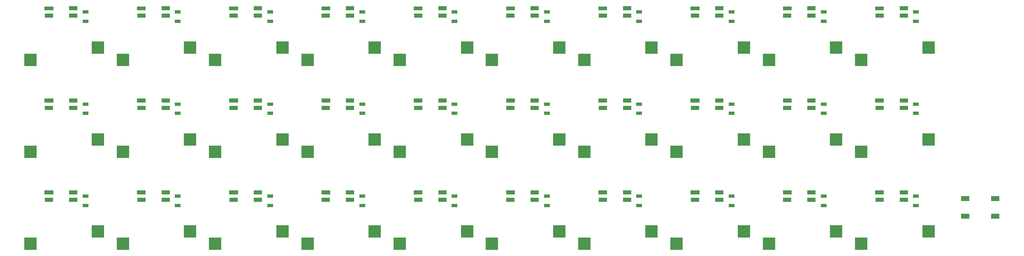
<source format=gbr>
G04 #@! TF.GenerationSoftware,KiCad,Pcbnew,5.1.5-52549c5~84~ubuntu19.10.1*
G04 #@! TF.CreationDate,2020-02-17T22:45:33-08:00*
G04 #@! TF.ProjectId,keycad,6b657963-6164-42e6-9b69-6361645f7063,rev?*
G04 #@! TF.SameCoordinates,Original*
G04 #@! TF.FileFunction,Paste,Bot*
G04 #@! TF.FilePolarity,Positive*
%FSLAX46Y46*%
G04 Gerber Fmt 4.6, Leading zero omitted, Abs format (unit mm)*
G04 Created by KiCad (PCBNEW 5.1.5-52549c5~84~ubuntu19.10.1) date 2020-02-17 22:45:33*
%MOMM*%
%LPD*%
G04 APERTURE LIST*
%ADD10R,1.800000X1.100000*%
%ADD11R,1.800000X0.820000*%
%ADD12C,0.150000*%
%ADD13R,2.550000X2.500000*%
%ADD14R,1.300000X0.700000*%
G04 APERTURE END LIST*
D10*
X186130000Y-37410000D03*
X192330000Y-37410000D03*
X186130000Y-33710000D03*
X192330000Y-33710000D03*
D11*
X154500000Y4012500D03*
X154500000Y5512500D03*
X149500000Y4012500D03*
D12*
G36*
X150400000Y5102500D02*
G01*
X148600000Y5102500D01*
X148600000Y5922500D01*
X150400000Y5922500D01*
X150400000Y5102500D01*
G37*
D11*
X135500000Y4012500D03*
X135500000Y5512500D03*
X130500000Y4012500D03*
D12*
G36*
X131400000Y5102500D02*
G01*
X129600000Y5102500D01*
X129600000Y5922500D01*
X131400000Y5922500D01*
X131400000Y5102500D01*
G37*
D11*
X116500000Y4012500D03*
X116500000Y5512500D03*
X111500000Y4012500D03*
D12*
G36*
X112400000Y5102500D02*
G01*
X110600000Y5102500D01*
X110600000Y5922500D01*
X112400000Y5922500D01*
X112400000Y5102500D01*
G37*
D11*
X97500000Y4012500D03*
X97500000Y5512500D03*
X92500000Y4012500D03*
D12*
G36*
X93400000Y5102500D02*
G01*
X91600000Y5102500D01*
X91600000Y5922500D01*
X93400000Y5922500D01*
X93400000Y5102500D01*
G37*
D11*
X78500000Y4012500D03*
X78500000Y5512500D03*
X73500000Y4012500D03*
D12*
G36*
X74400000Y5102500D02*
G01*
X72600000Y5102500D01*
X72600000Y5922500D01*
X74400000Y5922500D01*
X74400000Y5102500D01*
G37*
D11*
X59500000Y4012500D03*
X59500000Y5512500D03*
X54500000Y4012500D03*
D12*
G36*
X55400000Y5102500D02*
G01*
X53600000Y5102500D01*
X53600000Y5922500D01*
X55400000Y5922500D01*
X55400000Y5102500D01*
G37*
D11*
X173500000Y-33987500D03*
X173500000Y-32487500D03*
X168500000Y-33987500D03*
D12*
G36*
X169400000Y-32897500D02*
G01*
X167600000Y-32897500D01*
X167600000Y-32077500D01*
X169400000Y-32077500D01*
X169400000Y-32897500D01*
G37*
D11*
X40500000Y4012500D03*
X40500000Y5512500D03*
X35500000Y4012500D03*
D12*
G36*
X36400000Y5102500D02*
G01*
X34600000Y5102500D01*
X34600000Y5922500D01*
X36400000Y5922500D01*
X36400000Y5102500D01*
G37*
D11*
X154500000Y-33987500D03*
X154500000Y-32487500D03*
X149500000Y-33987500D03*
D12*
G36*
X150400000Y-32897500D02*
G01*
X148600000Y-32897500D01*
X148600000Y-32077500D01*
X150400000Y-32077500D01*
X150400000Y-32897500D01*
G37*
D11*
X135500000Y-33987500D03*
X135500000Y-32487500D03*
X130500000Y-33987500D03*
D12*
G36*
X131400000Y-32897500D02*
G01*
X129600000Y-32897500D01*
X129600000Y-32077500D01*
X131400000Y-32077500D01*
X131400000Y-32897500D01*
G37*
D11*
X116500000Y-33987500D03*
X116500000Y-32487500D03*
X111500000Y-33987500D03*
D12*
G36*
X112400000Y-32897500D02*
G01*
X110600000Y-32897500D01*
X110600000Y-32077500D01*
X112400000Y-32077500D01*
X112400000Y-32897500D01*
G37*
D11*
X97500000Y-33987500D03*
X97500000Y-32487500D03*
X92500000Y-33987500D03*
D12*
G36*
X93400000Y-32897500D02*
G01*
X91600000Y-32897500D01*
X91600000Y-32077500D01*
X93400000Y-32077500D01*
X93400000Y-32897500D01*
G37*
D11*
X78500000Y-33987500D03*
X78500000Y-32487500D03*
X73500000Y-33987500D03*
D12*
G36*
X74400000Y-32897500D02*
G01*
X72600000Y-32897500D01*
X72600000Y-32077500D01*
X74400000Y-32077500D01*
X74400000Y-32897500D01*
G37*
D11*
X59500000Y-33987500D03*
X59500000Y-32487500D03*
X54500000Y-33987500D03*
D12*
G36*
X55400000Y-32897500D02*
G01*
X53600000Y-32897500D01*
X53600000Y-32077500D01*
X55400000Y-32077500D01*
X55400000Y-32897500D01*
G37*
D11*
X40500000Y-33987500D03*
X40500000Y-32487500D03*
X35500000Y-33987500D03*
D12*
G36*
X36400000Y-32897500D02*
G01*
X34600000Y-32897500D01*
X34600000Y-32077500D01*
X36400000Y-32077500D01*
X36400000Y-32897500D01*
G37*
D11*
X21500000Y-33987500D03*
X21500000Y-32487500D03*
X16500000Y-33987500D03*
D12*
G36*
X17400000Y-32897500D02*
G01*
X15600000Y-32897500D01*
X15600000Y-32077500D01*
X17400000Y-32077500D01*
X17400000Y-32897500D01*
G37*
D11*
X2500000Y-33987500D03*
X2500000Y-32487500D03*
X-2500000Y-33987500D03*
D12*
G36*
X-1600000Y-32897500D02*
G01*
X-3400000Y-32897500D01*
X-3400000Y-32077500D01*
X-1600000Y-32077500D01*
X-1600000Y-32897500D01*
G37*
D11*
X173500000Y-14987500D03*
X173500000Y-13487500D03*
X168500000Y-14987500D03*
D12*
G36*
X169400000Y-13897500D02*
G01*
X167600000Y-13897500D01*
X167600000Y-13077500D01*
X169400000Y-13077500D01*
X169400000Y-13897500D01*
G37*
D11*
X21500000Y4012500D03*
X21500000Y5512500D03*
X16500000Y4012500D03*
D12*
G36*
X17400000Y5102500D02*
G01*
X15600000Y5102500D01*
X15600000Y5922500D01*
X17400000Y5922500D01*
X17400000Y5102500D01*
G37*
D11*
X154500000Y-14987500D03*
X154500000Y-13487500D03*
X149500000Y-14987500D03*
D12*
G36*
X150400000Y-13897500D02*
G01*
X148600000Y-13897500D01*
X148600000Y-13077500D01*
X150400000Y-13077500D01*
X150400000Y-13897500D01*
G37*
D11*
X135500000Y-14987500D03*
X135500000Y-13487500D03*
X130500000Y-14987500D03*
D12*
G36*
X131400000Y-13897500D02*
G01*
X129600000Y-13897500D01*
X129600000Y-13077500D01*
X131400000Y-13077500D01*
X131400000Y-13897500D01*
G37*
D11*
X116500000Y-14987500D03*
X116500000Y-13487500D03*
X111500000Y-14987500D03*
D12*
G36*
X112400000Y-13897500D02*
G01*
X110600000Y-13897500D01*
X110600000Y-13077500D01*
X112400000Y-13077500D01*
X112400000Y-13897500D01*
G37*
D11*
X97500000Y-14987500D03*
X97500000Y-13487500D03*
X92500000Y-14987500D03*
D12*
G36*
X93400000Y-13897500D02*
G01*
X91600000Y-13897500D01*
X91600000Y-13077500D01*
X93400000Y-13077500D01*
X93400000Y-13897500D01*
G37*
D11*
X78500000Y-14987500D03*
X78500000Y-13487500D03*
X73500000Y-14987500D03*
D12*
G36*
X74400000Y-13897500D02*
G01*
X72600000Y-13897500D01*
X72600000Y-13077500D01*
X74400000Y-13077500D01*
X74400000Y-13897500D01*
G37*
D11*
X59500000Y-14987500D03*
X59500000Y-13487500D03*
X54500000Y-14987500D03*
D12*
G36*
X55400000Y-13897500D02*
G01*
X53600000Y-13897500D01*
X53600000Y-13077500D01*
X55400000Y-13077500D01*
X55400000Y-13897500D01*
G37*
D11*
X40500000Y-14987500D03*
X40500000Y-13487500D03*
X35500000Y-14987500D03*
D12*
G36*
X36400000Y-13897500D02*
G01*
X34600000Y-13897500D01*
X34600000Y-13077500D01*
X36400000Y-13077500D01*
X36400000Y-13897500D01*
G37*
D11*
X21500000Y-14987500D03*
X21500000Y-13487500D03*
X16500000Y-14987500D03*
D12*
G36*
X17400000Y-13897500D02*
G01*
X15600000Y-13897500D01*
X15600000Y-13077500D01*
X17400000Y-13077500D01*
X17400000Y-13897500D01*
G37*
D11*
X2500000Y-14987500D03*
X2500000Y-13487500D03*
X-2500000Y-14987500D03*
D12*
G36*
X-1600000Y-13897500D02*
G01*
X-3400000Y-13897500D01*
X-3400000Y-13077500D01*
X-1600000Y-13077500D01*
X-1600000Y-13897500D01*
G37*
D11*
X173500000Y4012500D03*
X173500000Y5512500D03*
X168500000Y4012500D03*
D12*
G36*
X169400000Y5102500D02*
G01*
X167600000Y5102500D01*
X167600000Y5922500D01*
X169400000Y5922500D01*
X169400000Y5102500D01*
G37*
D11*
X2500000Y4012500D03*
X2500000Y5512500D03*
X-2500000Y4012500D03*
D12*
G36*
X-1600000Y5102500D02*
G01*
X-3400000Y5102500D01*
X-3400000Y5922500D01*
X-1600000Y5922500D01*
X-1600000Y5102500D01*
G37*
D13*
X159560000Y-2540000D03*
X145710000Y-5080000D03*
X140560000Y-2540000D03*
X126710000Y-5080000D03*
X121560000Y-2540000D03*
X107710000Y-5080000D03*
X102560000Y-2540000D03*
X88710000Y-5080000D03*
X83560000Y-2540000D03*
X69710000Y-5080000D03*
X64560000Y-2540000D03*
X50710000Y-5080000D03*
X178560000Y-40540000D03*
X164710000Y-43080000D03*
X45560000Y-2540000D03*
X31710000Y-5080000D03*
X159560000Y-40540000D03*
X145710000Y-43080000D03*
X140560000Y-40540000D03*
X126710000Y-43080000D03*
X121560000Y-40540000D03*
X107710000Y-43080000D03*
X102560000Y-40540000D03*
X88710000Y-43080000D03*
X83560000Y-40540000D03*
X69710000Y-43080000D03*
X64560000Y-40540000D03*
X50710000Y-43080000D03*
X45560000Y-40540000D03*
X31710000Y-43080000D03*
X26560000Y-40540000D03*
X12710000Y-43080000D03*
X7560000Y-40540000D03*
X-6290000Y-43080000D03*
X178560000Y-21540000D03*
X164710000Y-24080000D03*
X26560000Y-2540000D03*
X12710000Y-5080000D03*
X159560000Y-21540000D03*
X145710000Y-24080000D03*
X140560000Y-21540000D03*
X126710000Y-24080000D03*
X121560000Y-21540000D03*
X107710000Y-24080000D03*
X102560000Y-21540000D03*
X88710000Y-24080000D03*
X83560000Y-21540000D03*
X69710000Y-24080000D03*
X64560000Y-21540000D03*
X50710000Y-24080000D03*
X45560000Y-21540000D03*
X31710000Y-24080000D03*
X26560000Y-21540000D03*
X12710000Y-24080000D03*
X7560000Y-21540000D03*
X-6290000Y-24080000D03*
X178560000Y-2540000D03*
X164710000Y-5080000D03*
X7560000Y-2540000D03*
X-6290000Y-5080000D03*
D14*
X157000000Y4760000D03*
X157000000Y2860000D03*
X138000000Y4760000D03*
X138000000Y2860000D03*
X119000000Y4760000D03*
X119000000Y2860000D03*
X100000000Y4760000D03*
X100000000Y2860000D03*
X81000000Y4760000D03*
X81000000Y2860000D03*
X62000000Y4760000D03*
X62000000Y2860000D03*
X176000000Y-33240000D03*
X176000000Y-35140000D03*
X43000000Y4760000D03*
X43000000Y2860000D03*
X157000000Y-33240000D03*
X157000000Y-35140000D03*
X138000000Y-33240000D03*
X138000000Y-35140000D03*
X119000000Y-33240000D03*
X119000000Y-35140000D03*
X100000000Y-33240000D03*
X100000000Y-35140000D03*
X81000000Y-33240000D03*
X81000000Y-35140000D03*
X62000000Y-33240000D03*
X62000000Y-35140000D03*
X43000000Y-33240000D03*
X43000000Y-35140000D03*
X24000000Y-33240000D03*
X24000000Y-35140000D03*
X5000000Y-33240000D03*
X5000000Y-35140000D03*
X176000000Y-14240000D03*
X176000000Y-16140000D03*
X24000000Y4760000D03*
X24000000Y2860000D03*
X157000000Y-14240000D03*
X157000000Y-16140000D03*
X138000000Y-14240000D03*
X138000000Y-16140000D03*
X119000000Y-14240000D03*
X119000000Y-16140000D03*
X100000000Y-14240000D03*
X100000000Y-16140000D03*
X81000000Y-14240000D03*
X81000000Y-16140000D03*
X62000000Y-14240000D03*
X62000000Y-16140000D03*
X43000000Y-14240000D03*
X43000000Y-16140000D03*
X24000000Y-14240000D03*
X24000000Y-16140000D03*
X5000000Y-14240000D03*
X5000000Y-16140000D03*
X176000000Y4760000D03*
X176000000Y2860000D03*
X5000000Y4760000D03*
X5000000Y2860000D03*
M02*

</source>
